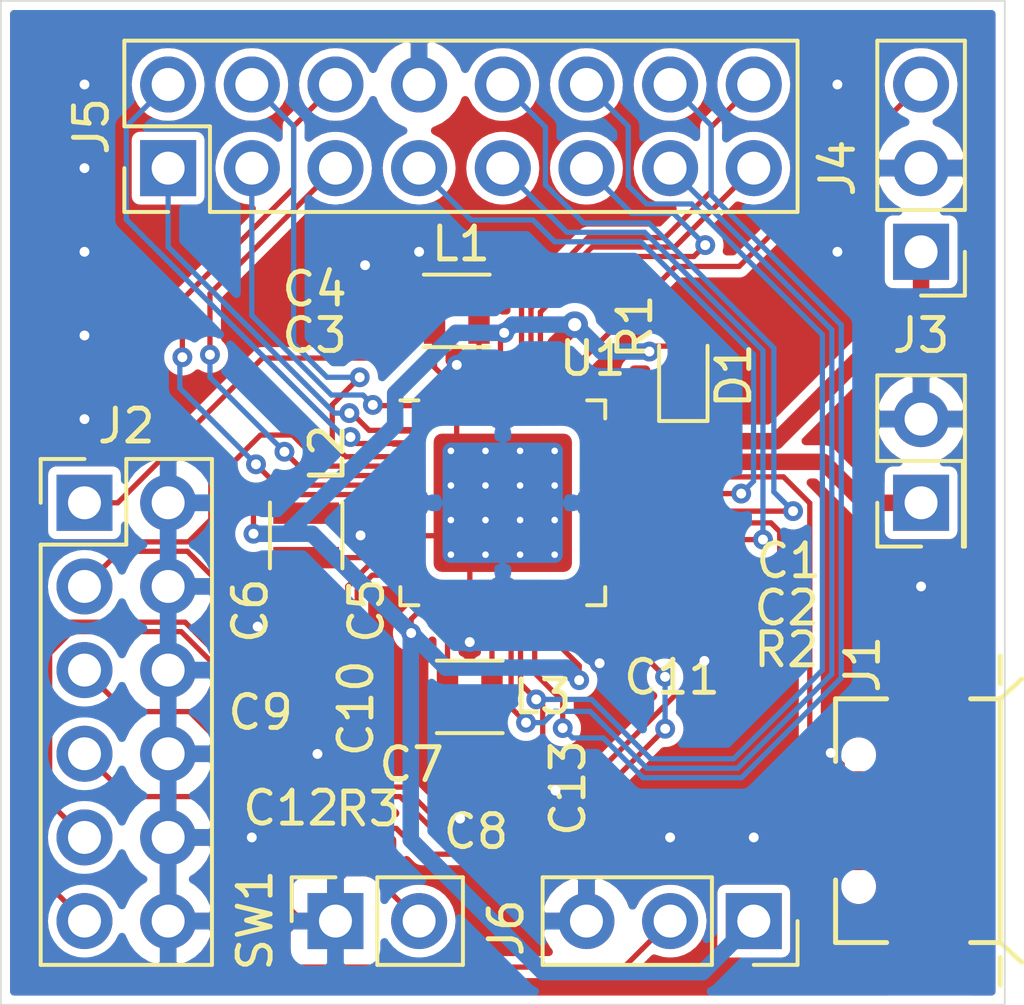
<source format=kicad_pcb>
(kicad_pcb (version 20171130) (host pcbnew 5.1.4+dfsg1-1)
  (layers (0 F.Cu signal) (31 B.Cu signal) (34 B.Paste user) (35 F.Paste user) (36 B.SilkS user) (37 F.SilkS user) (38 B.Mask user) (39 F.Mask user) (44 Edge.Cuts user))
  (net 0 "")
  (net 1 -BATT)
  (net 2 "Net-(C1-Pad1)")
  (net 3 "Net-(C2-Pad1)")
  (net 4 /dcdc1)
  (net 5 /dcdc2)
  (net 6 /dcdc3)
  (net 7 "Net-(D1-Pad2)")
  (net 8 "Net-(D1-Pad1)")
  (net 9 /ldo3)
  (net 10 /ldo2)
  (net 11 /ldo1)
  (net 12 +VDC)
  (net 13 /ts)
  (net 14 +BATT)
  (net 15 "Net-(R1-Pad1)")
  (net 16 "Net-(R2-Pad1)")
  (net 17 /irq)
  (net 18 "Net-(L1-Pad1)")
  (net 19 VBUS)
  (net 20 "Net-(L3-Pad1)")
  (net 21 "Net-(L2-Pad1)")
  (net 22 /sck)
  (net 23 /sda)
  (net 24 "Net-(J1-Pad2)")
  (net 25 "Net-(J1-Pad6)")
  (net 26 /gpio4)
  (net 27 /gpio3)
  (net 28 /gpio2)
  (net 29 /gpio1)
  (net 30 /gpio0)
  (net 31 /rsto)
  (net 32 "Net-(C12-Pad1)")
  (net 33 "Net-(R3-Pad2)")
  (net 34 "Net-(J6-Pad2)")
  (net 35 /exten)
  (net 36 /vbusen)
  (net 37 /pwrok)
  (net 38 /sysen)
  (net 39 /pwren)
  (net 40 /backup)
  (module Connector_PinSocket_2.54mm:PinSocket_1x03_P2.54mm_Vertical (layer F.Cu) (at 101.6 124.46 270)
    (fp_text reference J6 (at 0.2032 7.5184 270) (layer F.SilkS))
    (fp_text value Conn_01x03 hide)
    (pad 3 thru_hole oval (at 0 5.08 270) (size 1.7 1.7) (drill 1) (layers *.Cu *.Mask) (net 1 -BATT))
    (pad 2 thru_hole oval (at 0 2.54 270) (size 1.7 1.7) (drill 1) (layers *.Cu *.Mask) (net 34 "Net-(J6-Pad2)"))
    (pad 1 thru_hole rect (at 0 0 270) (size 1.7 1.7) (drill 1) (layers *.Cu *.Mask) (net 7 "Net-(D1-Pad2)"))
  )
  (module Capacitor_SMD:C_0402_1005Metric (layer F.Cu) (at 94.7 120 270)
    (fp_text reference C13 (at 0.4214 -1.2612 90) (layer F.SilkS))
    (fp_text value C hide)
    (pad 2 smd roundrect (at 0.485 0 270) (size 0.59 0.64) (layers F.Cu F.Paste F.Mask) (net 1 -BATT))
    (pad 1 smd roundrect (at -0.485 0 270) (size 0.59 0.64) (layers F.Cu F.Paste F.Mask) (net 30 /gpio0))
  )
  (module Connector_PinSocket_2.54mm:PinSocket_1x02_P2.54mm_Vertical (layer F.Cu) (at 88.9 124.46 90)
    (fp_text reference SW1 (at 0.0254 -2.4384 90) (layer F.SilkS))
    (fp_text value SW_SPST hide)
    (pad 2 thru_hole oval (at 0 2.54 90) (size 1.7 1.7) (drill 1) (layers *.Cu *.Mask) (net 33 "Net-(R3-Pad2)"))
    (pad 1 thru_hole rect (at 0 0 90) (size 1.7 1.7) (drill 1) (layers *.Cu *.Mask) (net 1 -BATT))
  )
  (module Resistor_SMD:R_0402_1005Metric (layer F.Cu) (at 89.9668 122.174)
    (fp_text reference R3 (at -0.0762 -1.1176) (layer F.SilkS))
    (fp_text value R hide)
    (pad 2 smd roundrect (at 0.485 0) (size 0.59 0.64) (layers F.Cu F.Paste F.Mask) (net 33 "Net-(R3-Pad2)"))
    (pad 1 smd roundrect (at -0.485 0) (size 0.59 0.64) (layers F.Cu F.Paste F.Mask) (net 32 "Net-(C12-Pad1)"))
  )
  (module Capacitor_SMD:C_0402_1005Metric (layer F.Cu) (at 88.0364 122.174 180)
    (fp_text reference C12 (at 0.4826 1.143) (layer F.SilkS))
    (fp_text value C hide)
    (pad 2 smd roundrect (at 0.485 0 180) (size 0.59 0.64) (layers F.Cu F.Paste F.Mask) (net 1 -BATT))
    (pad 1 smd roundrect (at -0.485 0 180) (size 0.59 0.64) (layers F.Cu F.Paste F.Mask) (net 32 "Net-(C12-Pad1)"))
  )
  (module Capacitor_SMD:C_0402_1005Metric (layer F.Cu) (at 100.9904 117.05844 90)
    (fp_text reference C11 (at 0 -1.87198 180) (layer F.SilkS))
    (fp_text value C hide)
    (pad 2 smd roundrect (at 0.485 0 90) (size 0.59 0.64) (layers F.Cu F.Paste F.Mask) (net 1 -BATT))
    (pad 1 smd roundrect (at -0.485 0 90) (size 0.59 0.64) (layers F.Cu F.Paste F.Mask) (net 11 /ldo1))
  )
  (module Capacitor_SMD:C_0402_1005Metric (layer F.Cu) (at 88.35136 118.00078 270)
    (fp_text reference C10 (at 0 -1.17 90) (layer F.SilkS))
    (fp_text value C hide)
    (pad 2 smd roundrect (at 0.485 0 270) (size 0.59 0.64) (layers F.Cu F.Paste F.Mask) (net 1 -BATT))
    (pad 1 smd roundrect (at -0.485 0 270) (size 0.59 0.64) (layers F.Cu F.Paste F.Mask) (net 10 /ldo2))
  )
  (module Capacitor_SMD:C_0402_1005Metric (layer F.Cu) (at 87.8967 116.50218 180)
    (fp_text reference C9 (at 1.27 -1.62306) (layer F.SilkS))
    (fp_text value C hide)
    (pad 2 smd roundrect (at 0.485 0 180) (size 0.59 0.64) (layers F.Cu F.Paste F.Mask) (net 1 -BATT))
    (pad 1 smd roundrect (at -0.485 0 180) (size 0.59 0.64) (layers F.Cu F.Paste F.Mask) (net 9 /ldo3))
  )
  (module USB-MICRO-MK5P-2:USB-MICRO-B (layer F.Cu) (at 106.934 121.412 90)
    (fp_text reference J1 (at 4.7498 -2.032 90) (layer F.SilkS))
    (fp_text value USB_B_Micro hide)
    (pad 1 smd rect (at -1.3 -2.65 90) (size 0.4 1.4) (layers F.Cu F.Paste F.Mask) (net 19 VBUS))
    (pad 2 smd rect (at -0.65 -2.65 90) (size 0.4 1.4) (layers F.Cu F.Paste F.Mask) (net 24 "Net-(J1-Pad2)"))
    (pad 3 smd rect (at 0 -2.65 90) (size 0.4 1.4) (layers F.Cu F.Paste F.Mask) (net 24 "Net-(J1-Pad2)"))
    (pad 4 smd rect (at 0.65 -2.65 90) (size 0.4 1.4) (layers F.Cu F.Paste F.Mask))
    (pad 5 smd rect (at 1.3 -2.65 90) (size 0.4 1.4) (layers F.Cu F.Paste F.Mask) (net 1 -BATT))
    (pad 6 smd rect (at -4 0 90) (size 1.9 1.9) (layers F.Cu F.Paste F.Mask) (net 25 "Net-(J1-Pad6)"))
    (pad 6 smd rect (at -1.2 0 90) (size 1.9 1.9) (layers F.Cu F.Paste F.Mask) (net 25 "Net-(J1-Pad6)"))
    (pad 6 smd rect (at 1.2 0 90) (size 1.9 1.9) (layers F.Cu F.Paste F.Mask) (net 25 "Net-(J1-Pad6)"))
    (pad 6 smd rect (at 4 0 90) (size 1.9 1.9) (layers F.Cu F.Paste F.Mask) (net 25 "Net-(J1-Pad6)"))
    (pad "" np_thru_hole circle (at -2 -2.15 90) (size 0.55 0.55) (drill 0.55) (layers *.Cu))
    (pad "" np_thru_hole circle (at 2 -2.15 90) (size 0.55 0.55) (drill 0.55) (layers *.Cu))
  )
  (module Inductor_SMD:L_Taiyo-Yuden_MD-2020 (layer F.Cu) (at 92.9767 117.6528)
    (fp_text reference L3 (at 2.20472 -0.00254) (layer F.SilkS))
    (fp_text value L hide)
    (pad 2 smd rect (at 0.675 0) (size 0.65 2) (layers F.Cu F.Paste F.Mask) (net 6 /dcdc3))
    (pad 1 smd rect (at -0.675 0) (size 0.65 2) (layers F.Cu F.Paste F.Mask) (net 20 "Net-(L3-Pad1)"))
  )
  (module Inductor_SMD:L_Taiyo-Yuden_MD-2020 (layer F.Cu) (at 88.011 112.7506 270)
    (fp_text reference L2 (at -2.4765 -0.635 270) (layer F.SilkS))
    (fp_text value L hide)
    (pad 2 smd rect (at 0.675 0 270) (size 0.65 2) (layers F.Cu F.Paste F.Mask) (net 5 /dcdc2))
    (pad 1 smd rect (at -0.675 0 270) (size 0.65 2) (layers F.Cu F.Paste F.Mask) (net 21 "Net-(L2-Pad1)"))
  )
  (module Inductor_SMD:L_Taiyo-Yuden_MD-2020 (layer F.Cu) (at 92.583 105.93324 180)
    (fp_text reference L1 (at -0.127 2.032 180) (layer F.SilkS))
    (fp_text value L hide)
    (pad 2 smd rect (at 0.675 0 180) (size 0.65 2) (layers F.Cu F.Paste F.Mask) (net 4 /dcdc1))
    (pad 1 smd rect (at -0.675 0 180) (size 0.65 2) (layers F.Cu F.Paste F.Mask) (net 18 "Net-(L1-Pad1)"))
  )
  (module Connector_PinHeader_2.54mm:PinHeader_2x06_P2.54mm_Vertical (layer F.Cu) (at 81.28 111.76)
    (fp_text reference J2 (at 1.27 -2.33) (layer F.SilkS))
    (fp_text value Conn_02x06_Odd_Even hide)
    (pad 12 thru_hole oval (at 2.54 12.7) (size 1.7 1.7) (drill 1) (layers *.Cu *.Mask) (net 1 -BATT))
    (pad 11 thru_hole oval (at 0 12.7) (size 1.7 1.7) (drill 1) (layers *.Cu *.Mask) (net 9 /ldo3))
    (pad 10 thru_hole oval (at 2.54 10.16) (size 1.7 1.7) (drill 1) (layers *.Cu *.Mask) (net 1 -BATT))
    (pad 9 thru_hole oval (at 0 10.16) (size 1.7 1.7) (drill 1) (layers *.Cu *.Mask) (net 10 /ldo2))
    (pad 8 thru_hole oval (at 2.54 7.62) (size 1.7 1.7) (drill 1) (layers *.Cu *.Mask) (net 1 -BATT))
    (pad 7 thru_hole oval (at 0 7.62) (size 1.7 1.7) (drill 1) (layers *.Cu *.Mask) (net 11 /ldo1))
    (pad 6 thru_hole oval (at 2.54 5.08) (size 1.7 1.7) (drill 1) (layers *.Cu *.Mask) (net 1 -BATT))
    (pad 5 thru_hole oval (at 0 5.08) (size 1.7 1.7) (drill 1) (layers *.Cu *.Mask) (net 6 /dcdc3))
    (pad 4 thru_hole oval (at 2.54 2.54) (size 1.7 1.7) (drill 1) (layers *.Cu *.Mask) (net 1 -BATT))
    (pad 3 thru_hole oval (at 0 2.54) (size 1.7 1.7) (drill 1) (layers *.Cu *.Mask) (net 5 /dcdc2))
    (pad 2 thru_hole oval (at 2.54 0) (size 1.7 1.7) (drill 1) (layers *.Cu *.Mask) (net 1 -BATT))
    (pad 1 thru_hole rect (at 0 0) (size 1.7 1.7) (drill 1) (layers *.Cu *.Mask) (net 4 /dcdc1))
  )
  (module Package_DFN_QFN:QFN-48-1EP_6x6mm_P0.4mm_EP4.2x4.2mm_ThermalVias (layer F.Cu) (at 93.98 111.76)
    (fp_text reference U1 (at 2.7305 -4.3815) (layer F.SilkS))
    (fp_text value axp192 hide)
    (pad 48 smd roundrect (at -2.2 -2.95) (size 0.2 0.85) (layers F.Cu F.Paste F.Mask) (net 17 /irq))
    (pad 47 smd roundrect (at -1.8 -2.95) (size 0.2 0.85) (layers F.Cu F.Paste F.Mask) (net 4 /dcdc1))
    (pad 46 smd roundrect (at -1.4 -2.95) (size 0.2 0.85) (layers F.Cu F.Paste F.Mask) (net 1 -BATT))
    (pad 45 smd roundrect (at -1 -2.95) (size 0.2 0.85) (layers F.Cu F.Paste F.Mask) (net 18 "Net-(L1-Pad1)"))
    (pad 44 smd roundrect (at -0.6 -2.95) (size 0.2 0.85) (layers F.Cu F.Paste F.Mask) (net 7 "Net-(D1-Pad2)"))
    (pad 43 smd roundrect (at -0.2 -2.95) (size 0.2 0.85) (layers F.Cu F.Paste F.Mask))
    (pad 42 smd roundrect (at 0.2 -2.95) (size 0.2 0.85) (layers F.Cu F.Paste F.Mask) (net 26 /gpio4))
    (pad 41 smd roundrect (at 0.6 -2.95) (size 0.2 0.85) (layers F.Cu F.Paste F.Mask) (net 27 /gpio3))
    (pad 40 smd roundrect (at 1 -2.95) (size 0.2 0.85) (layers F.Cu F.Paste F.Mask) (net 35 /exten))
    (pad 39 smd roundrect (at 1.4 -2.95) (size 0.2 0.85) (layers F.Cu F.Paste F.Mask) (net 7 "Net-(D1-Pad2)"))
    (pad 38 smd roundrect (at 1.8 -2.95) (size 0.2 0.85) (layers F.Cu F.Paste F.Mask) (net 7 "Net-(D1-Pad2)"))
    (pad 37 smd roundrect (at 2.2 -2.95) (size 0.2 0.85) (layers F.Cu F.Paste F.Mask) (net 13 /ts))
    (pad 36 smd roundrect (at 2.95 -2.2) (size 0.85 0.2) (layers F.Cu F.Paste F.Mask) (net 15 "Net-(R1-Pad1)"))
    (pad 35 smd roundrect (at 2.95 -1.8) (size 0.85 0.2) (layers F.Cu F.Paste F.Mask) (net 14 +BATT))
    (pad 34 smd roundrect (at 2.95 -1.4) (size 0.85 0.2) (layers F.Cu F.Paste F.Mask) (net 14 +BATT))
    (pad 33 smd roundrect (at 2.95 -1) (size 0.85 0.2) (layers F.Cu F.Paste F.Mask) (net 12 +VDC))
    (pad 32 smd roundrect (at 2.95 -0.6) (size 0.85 0.2) (layers F.Cu F.Paste F.Mask) (net 12 +VDC))
    (pad 31 smd roundrect (at 2.95 -0.2) (size 0.85 0.2) (layers F.Cu F.Paste F.Mask) (net 19 VBUS))
    (pad 30 smd roundrect (at 2.95 0.2) (size 0.85 0.2) (layers F.Cu F.Paste F.Mask) (net 40 /backup))
    (pad 29 smd roundrect (at 2.95 0.6) (size 0.85 0.2) (layers F.Cu F.Paste F.Mask) (net 38 /sysen))
    (pad 28 smd roundrect (at 2.95 1) (size 0.85 0.2) (layers F.Cu F.Paste F.Mask) (net 11 /ldo1))
    (pad 27 smd roundrect (at 2.95 1.4) (size 0.85 0.2) (layers F.Cu F.Paste F.Mask) (net 39 /pwren))
    (pad 26 smd roundrect (at 2.95 1.8) (size 0.85 0.2) (layers F.Cu F.Paste F.Mask) (net 2 "Net-(C1-Pad1)"))
    (pad 25 smd roundrect (at 2.95 2.2) (size 0.85 0.2) (layers F.Cu F.Paste F.Mask) (net 3 "Net-(C2-Pad1)"))
    (pad 24 smd roundrect (at 2.2 2.95) (size 0.2 0.85) (layers F.Cu F.Paste F.Mask) (net 16 "Net-(R2-Pad1)"))
    (pad 23 smd roundrect (at 1.8 2.95) (size 0.2 0.85) (layers F.Cu F.Paste F.Mask) (net 32 "Net-(C12-Pad1)"))
    (pad 22 smd roundrect (at 1.4 2.95) (size 0.2 0.85) (layers F.Cu F.Paste F.Mask) (net 1 -BATT))
    (pad 21 smd roundrect (at 1 2.95) (size 0.2 0.85) (layers F.Cu F.Paste F.Mask) (net 7 "Net-(D1-Pad2)"))
    (pad 20 smd roundrect (at 0.6 2.95) (size 0.2 0.85) (layers F.Cu F.Paste F.Mask) (net 28 /gpio2))
    (pad 19 smd roundrect (at 0.2 2.95) (size 0.2 0.85) (layers F.Cu F.Paste F.Mask) (net 30 /gpio0))
    (pad 18 smd roundrect (at -0.2 2.95) (size 0.2 0.85) (layers F.Cu F.Paste F.Mask) (net 29 /gpio1))
    (pad 17 smd roundrect (at -0.6 2.95) (size 0.2 0.85) (layers F.Cu F.Paste F.Mask) (net 6 /dcdc3))
    (pad 16 smd roundrect (at -1 2.95) (size 0.2 0.85) (layers F.Cu F.Paste F.Mask) (net 1 -BATT))
    (pad 15 smd roundrect (at -1.4 2.95) (size 0.2 0.85) (layers F.Cu F.Paste F.Mask) (net 20 "Net-(L3-Pad1)"))
    (pad 14 smd roundrect (at -1.8 2.95) (size 0.2 0.85) (layers F.Cu F.Paste F.Mask) (net 7 "Net-(D1-Pad2)"))
    (pad 13 smd roundrect (at -2.2 2.95) (size 0.2 0.85) (layers F.Cu F.Paste F.Mask) (net 7 "Net-(D1-Pad2)"))
    (pad 12 smd roundrect (at -2.95 2.2) (size 0.85 0.2) (layers F.Cu F.Paste F.Mask) (net 10 /ldo2))
    (pad 11 smd roundrect (at -2.95 1.8) (size 0.85 0.2) (layers F.Cu F.Paste F.Mask) (net 9 /ldo3))
    (pad 10 smd roundrect (at -2.95 1.4) (size 0.85 0.2) (layers F.Cu F.Paste F.Mask) (net 5 /dcdc2))
    (pad 9 smd roundrect (at -2.95 1) (size 0.85 0.2) (layers F.Cu F.Paste F.Mask) (net 1 -BATT))
    (pad 8 smd roundrect (at -2.95 0.6) (size 0.85 0.2) (layers F.Cu F.Paste F.Mask) (net 21 "Net-(L2-Pad1)"))
    (pad 7 smd roundrect (at -2.95 0.2) (size 0.85 0.2) (layers F.Cu F.Paste F.Mask) (net 7 "Net-(D1-Pad2)"))
    (pad 6 smd roundrect (at -2.95 -0.2) (size 0.85 0.2) (layers F.Cu F.Paste F.Mask) (net 36 /vbusen))
    (pad 5 smd roundrect (at -2.95 -0.6) (size 0.85 0.2) (layers F.Cu F.Paste F.Mask) (net 37 /pwrok))
    (pad 4 smd roundrect (at -2.95 -1) (size 0.85 0.2) (layers F.Cu F.Paste F.Mask) (net 34 "Net-(J6-Pad2)"))
    (pad 3 smd roundrect (at -2.95 -1.4) (size 0.85 0.2) (layers F.Cu F.Paste F.Mask) (net 31 /rsto))
    (pad 2 smd roundrect (at -2.95 -1.8) (size 0.85 0.2) (layers F.Cu F.Paste F.Mask) (net 22 /sck))
    (pad 1 smd roundrect (at -2.95 -2.2) (size 0.85 0.2) (layers F.Cu F.Paste F.Mask) (net 23 /sda))
    (pad 49 smd roundrect (at 0 0) (size 3.65 3.65) (layers B.Cu) (roundrect_rratio 0.068493) (net 1 -BATT))
    (pad 49 thru_hole circle (at 1.575 1.575) (size 0.5 0.5) (drill 0.2) (layers *.Cu) (net 1 -BATT))
    (pad 49 thru_hole circle (at 0.525 1.575) (size 0.5 0.5) (drill 0.2) (layers *.Cu) (net 1 -BATT))
    (pad 49 thru_hole circle (at -0.525 1.575) (size 0.5 0.5) (drill 0.2) (layers *.Cu) (net 1 -BATT))
    (pad 49 thru_hole circle (at -1.575 1.575) (size 0.5 0.5) (drill 0.2) (layers *.Cu) (net 1 -BATT))
    (pad 49 thru_hole circle (at 1.575 0.525) (size 0.5 0.5) (drill 0.2) (layers *.Cu) (net 1 -BATT))
    (pad 49 thru_hole circle (at 0.525 0.525) (size 0.5 0.5) (drill 0.2) (layers *.Cu) (net 1 -BATT))
    (pad 49 thru_hole circle (at -0.525 0.525) (size 0.5 0.5) (drill 0.2) (layers *.Cu) (net 1 -BATT))
    (pad 49 thru_hole circle (at -1.575 0.525) (size 0.5 0.5) (drill 0.2) (layers *.Cu) (net 1 -BATT))
    (pad 49 thru_hole circle (at 1.575 -0.525) (size 0.5 0.5) (drill 0.2) (layers *.Cu) (net 1 -BATT))
    (pad 49 thru_hole circle (at 0.525 -0.525) (size 0.5 0.5) (drill 0.2) (layers *.Cu) (net 1 -BATT))
    (pad 49 thru_hole circle (at -0.525 -0.525) (size 0.5 0.5) (drill 0.2) (layers *.Cu) (net 1 -BATT))
    (pad 49 thru_hole circle (at -1.575 -0.525) (size 0.5 0.5) (drill 0.2) (layers *.Cu) (net 1 -BATT))
    (pad 49 thru_hole circle (at 1.575 -1.575) (size 0.5 0.5) (drill 0.2) (layers *.Cu) (net 1 -BATT))
    (pad 49 thru_hole circle (at 0.525 -1.575) (size 0.5 0.5) (drill 0.2) (layers *.Cu) (net 1 -BATT))
    (pad 49 thru_hole circle (at -0.525 -1.575) (size 0.5 0.5) (drill 0.2) (layers *.Cu) (net 1 -BATT))
    (pad 49 thru_hole circle (at -1.575 -1.575) (size 0.5 0.5) (drill 0.2) (layers *.Cu) (net 1 -BATT))
    (pad 49 smd roundrect (at 0 0) (size 4.2 4.2) (layers F.Cu F.Mask) (roundrect_rratio 0.059524) (net 1 -BATT))
  )
  (module Resistor_SMD:R_0402_1005Metric (layer F.Cu) (at 100.5332 115.5954)
    (fp_text reference R2 (at 2.0574 0.62738) (layer F.SilkS))
    (fp_text value R hide)
    (pad 2 smd roundrect (at 0.485 0) (size 0.59 0.64) (layers F.Cu F.Paste F.Mask) (net 1 -BATT))
    (pad 1 smd roundrect (at -0.485 0) (size 0.59 0.64) (layers F.Cu F.Paste F.Mask) (net 16 "Net-(R2-Pad1)"))
  )
  (module Resistor_SMD:R_0402_1005Metric (layer F.Cu) (at 98.14052 108.36924 90)
    (fp_text reference R1 (at 1.9534 -0.1524 90) (layer F.SilkS))
    (fp_text value R hide)
    (pad 2 smd roundrect (at 0.485 0 90) (size 0.59 0.64) (layers F.Cu F.Paste F.Mask) (net 8 "Net-(D1-Pad1)"))
    (pad 1 smd roundrect (at -0.485 0 90) (size 0.59 0.64) (layers F.Cu F.Paste F.Mask) (net 15 "Net-(R1-Pad1)"))
  )
  (module Connector_PinHeader_2.54mm:PinHeader_2x08_P2.54mm_Vertical (layer F.Cu) (at 83.82 101.6 90)
    (fp_text reference J5 (at 1.27 -2.33 90) (layer F.SilkS))
    (fp_text value Conn_02x08_Odd_Even hide)
    (pad 16 thru_hole oval (at 2.54 17.78 90) (size 1.7 1.7) (drill 1) (layers *.Cu *.Mask) (net 26 /gpio4))
    (pad 15 thru_hole oval (at 0 17.78 90) (size 1.7 1.7) (drill 1) (layers *.Cu *.Mask) (net 27 /gpio3))
    (pad 14 thru_hole oval (at 2.54 15.24 90) (size 1.7 1.7) (drill 1) (layers *.Cu *.Mask) (net 28 /gpio2))
    (pad 13 thru_hole oval (at 0 15.24 90) (size 1.7 1.7) (drill 1) (layers *.Cu *.Mask) (net 29 /gpio1))
    (pad 12 thru_hole oval (at 2.54 12.7 90) (size 1.7 1.7) (drill 1) (layers *.Cu *.Mask) (net 30 /gpio0))
    (pad 11 thru_hole oval (at 0 12.7 90) (size 1.7 1.7) (drill 1) (layers *.Cu *.Mask) (net 35 /exten))
    (pad 10 thru_hole oval (at 2.54 10.16 90) (size 1.7 1.7) (drill 1) (layers *.Cu *.Mask) (net 38 /sysen))
    (pad 9 thru_hole oval (at 0 10.16 90) (size 1.7 1.7) (drill 1) (layers *.Cu *.Mask) (net 39 /pwren))
    (pad 8 thru_hole oval (at 2.54 7.62 90) (size 1.7 1.7) (drill 1) (layers *.Cu *.Mask) (net 1 -BATT))
    (pad 7 thru_hole oval (at 0 7.62 90) (size 1.7 1.7) (drill 1) (layers *.Cu *.Mask) (net 40 /backup))
    (pad 6 thru_hole oval (at 2.54 5.08 90) (size 1.7 1.7) (drill 1) (layers *.Cu *.Mask) (net 36 /vbusen))
    (pad 5 thru_hole oval (at 0 5.08 90) (size 1.7 1.7) (drill 1) (layers *.Cu *.Mask) (net 37 /pwrok))
    (pad 4 thru_hole oval (at 2.54 2.54 90) (size 1.7 1.7) (drill 1) (layers *.Cu *.Mask) (net 31 /rsto))
    (pad 3 thru_hole oval (at 0 2.54 90) (size 1.7 1.7) (drill 1) (layers *.Cu *.Mask) (net 17 /irq))
    (pad 2 thru_hole oval (at 2.54 0 90) (size 1.7 1.7) (drill 1) (layers *.Cu *.Mask) (net 22 /sck))
    (pad 1 thru_hole rect (at 0 0 90) (size 1.7 1.7) (drill 1) (layers *.Cu *.Mask) (net 23 /sda))
  )
  (module Connector_PinHeader_2.54mm:PinHeader_1x03_P2.54mm_Vertical (layer F.Cu) (at 106.68 104.14 180)
    (fp_text reference J4 (at 2.53746 2.54254 270) (layer F.SilkS))
    (fp_text value Conn_01x03 hide)
    (pad 3 thru_hole oval (at 0 5.08 180) (size 1.7 1.7) (drill 1) (layers *.Cu *.Mask) (net 13 /ts))
    (pad 2 thru_hole oval (at 0 2.54 180) (size 1.7 1.7) (drill 1) (layers *.Cu *.Mask) (net 1 -BATT))
    (pad 1 thru_hole rect (at 0 0 180) (size 1.7 1.7) (drill 1) (layers *.Cu *.Mask) (net 14 +BATT))
  )
  (module Connector_PinHeader_2.54mm:PinHeader_2x01_P2.54mm_Vertical (layer F.Cu) (at 106.68 111.76 90)
    (fp_text reference J3 (at 5.08 0 180) (layer F.SilkS))
    (fp_text value Conn_01x02 hide)
    (pad 2 thru_hole oval (at 2.54 0 90) (size 1.7 1.7) (drill 1) (layers *.Cu *.Mask) (net 1 -BATT))
    (pad 1 thru_hole rect (at 0 0 90) (size 1.7 1.7) (drill 1) (layers *.Cu *.Mask) (net 12 +VDC))
  )
  (module LED_SMD:LED_0603_1608Metric (layer F.Cu) (at 99.46132 107.79252 90)
    (fp_text reference D1 (at -0.10414 1.53162 90) (layer F.SilkS))
    (fp_text value LED hide)
    (pad 2 smd roundrect (at 0.7875 0 90) (size 0.875 0.95) (layers F.Cu F.Paste F.Mask) (net 7 "Net-(D1-Pad2)"))
    (pad 1 smd roundrect (at -0.7875 0 90) (size 0.875 0.95) (layers F.Cu F.Paste F.Mask) (net 8 "Net-(D1-Pad1)"))
  )
  (module Capacitor_SMD:C_0402_1005Metric (layer F.Cu) (at 93.1672 120.5357)
    (fp_text reference C8 (at 0 1.2065 180) (layer F.SilkS))
    (fp_text value C hide)
    (pad 2 smd roundrect (at 0.485 0) (size 0.59 0.64) (layers F.Cu F.Paste F.Mask) (net 6 /dcdc3))
    (pad 1 smd roundrect (at -0.485 0) (size 0.59 0.64) (layers F.Cu F.Paste F.Mask) (net 1 -BATT))
  )
  (module Capacitor_SMD:C_0402_1005Metric (layer F.Cu) (at 93.1672 119.5197)
    (fp_text reference C7 (at -1.9558 0.1905 180) (layer F.SilkS))
    (fp_text value C hide)
    (pad 2 smd roundrect (at 0.485 0) (size 0.59 0.64) (layers F.Cu F.Paste F.Mask) (net 6 /dcdc3))
    (pad 1 smd roundrect (at -0.485 0) (size 0.59 0.64) (layers F.Cu F.Paste F.Mask) (net 1 -BATT))
  )
  (module Capacitor_SMD:C_0402_1005Metric (layer F.Cu) (at 87.4141 115.0366 90)
    (fp_text reference C6 (at 0 -1.1 90) (layer F.SilkS))
    (fp_text value C hide)
    (pad 2 smd roundrect (at 0.485 0 90) (size 0.59 0.64) (layers F.Cu F.Paste F.Mask) (net 5 /dcdc2))
    (pad 1 smd roundrect (at -0.485 0 90) (size 0.59 0.64) (layers F.Cu F.Paste F.Mask) (net 1 -BATT))
  )
  (module Capacitor_SMD:C_0402_1005Metric (layer F.Cu) (at 88.5444 115.0366 90)
    (fp_text reference C5 (at 0 1.3 90) (layer F.SilkS))
    (fp_text value C hide)
    (pad 2 smd roundrect (at 0.485 0 90) (size 0.59 0.64) (layers F.Cu F.Paste F.Mask) (net 5 /dcdc2))
    (pad 1 smd roundrect (at -0.485 0 90) (size 0.59 0.64) (layers F.Cu F.Paste F.Mask) (net 1 -BATT))
  )
  (module Capacitor_SMD:C_0402_1005Metric (layer F.Cu) (at 90.27668 105.47604)
    (fp_text reference C4 (at -2.01168 -0.2032) (layer F.SilkS))
    (fp_text value C hide)
    (pad 2 smd roundrect (at 0.485 0) (size 0.59 0.64) (layers F.Cu F.Paste F.Mask) (net 4 /dcdc1))
    (pad 1 smd roundrect (at -0.485 0) (size 0.59 0.64) (layers F.Cu F.Paste F.Mask) (net 1 -BATT))
  )
  (module Capacitor_SMD:C_0402_1005Metric (layer F.Cu) (at 90.28176 106.5022)
    (fp_text reference C3 (at -2.01676 0.1778) (layer F.SilkS))
    (fp_text value C hide)
    (pad 2 smd roundrect (at 0.485 0) (size 0.59 0.64) (layers F.Cu F.Paste F.Mask) (net 4 /dcdc1))
    (pad 1 smd roundrect (at -0.485 0) (size 0.59 0.64) (layers F.Cu F.Paste F.Mask) (net 1 -BATT))
  )
  (module Capacitor_SMD:C_0402_1005Metric (layer F.Cu) (at 100.5332 114.5794)
    (fp_text reference C2 (at 2.06756 0.37338) (layer F.SilkS))
    (fp_text value C hide)
    (pad 2 smd roundrect (at 0.485 0) (size 0.59 0.64) (layers F.Cu F.Paste F.Mask) (net 1 -BATT))
    (pad 1 smd roundrect (at -0.485 0) (size 0.59 0.64) (layers F.Cu F.Paste F.Mask) (net 3 "Net-(C2-Pad1)"))
  )
  (module Capacitor_SMD:C_0402_1005Metric (layer F.Cu) (at 100.5332 113.5634)
    (fp_text reference C1 (at 2.12598 -0.04318) (layer F.SilkS))
    (fp_text value C hide)
    (pad 2 smd roundrect (at 0.485 0) (size 0.59 0.64) (layers F.Cu F.Paste F.Mask) (net 1 -BATT))
    (pad 1 smd roundrect (at -0.485 0) (size 0.59 0.64) (layers F.Cu F.Paste F.Mask) (net 2 "Net-(C1-Pad1)"))
  )
  (gr_line (start 78.74 127) (end 78.74 96.52) (layer Edge.Cuts) (width 0.05))
  (gr_line (start 109.22 127) (end 78.74 127) (layer Edge.Cuts) (width 0.05))
  (gr_line (start 109.22 96.52) (end 109.22 127) (layer Edge.Cuts) (width 0.05))
  (gr_line (start 78.74 96.52) (end 109.22 96.52) (layer Edge.Cuts) (width 0.05))
  (segment (start 92.58 108.81) (end 92.58 107.57708) (width 0.16) (layer F.Cu) (net 1))
  (via (at 92.583 107.57408) (size 0.6) (drill 0.3) (layers F.Cu B.Cu) (net 1))
  (segment (start 92.58 107.57708) (end 92.583 107.57408) (width 0.16) (layer F.Cu) (net 1))
  (segment (start 89.79676 105.48112) (end 89.79168 105.47604) (width 0.16) (layer F.Cu) (net 1))
  (segment (start 89.79676 106.5022) (end 89.79676 105.48112) (width 0.16) (layer F.Cu) (net 1))
  (via (at 89.79916 104.5464) (size 0.6) (drill 0.3) (layers F.Cu B.Cu) (net 1))
  (segment (start 89.79168 105.47604) (end 89.79168 104.55388) (width 0.16) (layer F.Cu) (net 1))
  (segment (start 89.79168 104.55388) (end 89.79916 104.5464) (width 0.16) (layer F.Cu) (net 1))
  (segment (start 91.03 112.76) (end 89.6714 112.76) (width 0.16) (layer F.Cu) (net 1))
  (via (at 89.662 112.7506) (size 0.6) (drill 0.3) (layers F.Cu B.Cu) (net 1))
  (segment (start 89.6714 112.76) (end 89.662 112.7506) (width 0.16) (layer F.Cu) (net 1))
  (via (at 92.9767 115.9891) (size 0.6) (drill 0.3) (layers F.Cu B.Cu) (net 1))
  (segment (start 92.98 114.71) (end 92.98 115.9858) (width 0.16) (layer F.Cu) (net 1))
  (segment (start 92.98 115.9858) (end 92.9767 115.9891) (width 0.16) (layer F.Cu) (net 1))
  (segment (start 92.6822 119.5197) (end 92.6822 120.5357) (width 0.16) (layer F.Cu) (net 1))
  (via (at 92.6846 121.3485) (size 0.6) (drill 0.3) (layers F.Cu B.Cu) (net 1))
  (segment (start 92.6822 120.5357) (end 92.6822 121.3461) (width 0.16) (layer F.Cu) (net 1))
  (segment (start 92.6822 121.3461) (end 92.6846 121.3485) (width 0.16) (layer F.Cu) (net 1))
  (segment (start 88.5444 115.5216) (end 87.4141 115.5216) (width 0.16) (layer F.Cu) (net 1))
  (via (at 86.5378 115.5192) (size 0.6) (drill 0.3) (layers F.Cu B.Cu) (net 1))
  (segment (start 87.4141 115.5216) (end 86.5402 115.5216) (width 0.16) (layer F.Cu) (net 1))
  (segment (start 86.5402 115.5216) (end 86.5378 115.5192) (width 0.16) (layer F.Cu) (net 1))
  (segment (start 87.4117 115.524) (end 87.4141 115.5216) (width 0.16) (layer F.Cu) (net 1))
  (segment (start 87.4117 116.50218) (end 87.4117 115.524) (width 0.16) (layer F.Cu) (net 1))
  (via (at 88.3539 119.38508) (size 0.6) (drill 0.3) (layers F.Cu B.Cu) (net 1))
  (segment (start 88.35136 118.48578) (end 88.35136 119.38254) (width 0.16) (layer F.Cu) (net 1))
  (segment (start 88.35136 119.38254) (end 88.3539 119.38508) (width 0.16) (layer F.Cu) (net 1))
  (via (at 103.9368 119.3546) (size 0.6) (drill 0.3) (layers F.Cu B.Cu) (net 1))
  (segment (start 104.284 120.112) (end 104.284 119.7018) (width 0.16) (layer F.Cu) (net 1))
  (segment (start 104.284 119.7018) (end 103.9368 119.3546) (width 0.16) (layer F.Cu) (net 1))
  (segment (start 96.5176 124.4576) (end 96.52 124.46) (width 0.16) (layer F.Cu) (net 1))
  (segment (start 87.89 124.46) (end 88.9 124.46) (width 0.16) (layer F.Cu) (net 1))
  (segment (start 87.5514 124.1214) (end 87.89 124.46) (width 0.16) (layer F.Cu) (net 1))
  (segment (start 87.5514 122.174) (end 87.5514 124.1214) (width 0.16) (layer F.Cu) (net 1))
  (via (at 100.1014 116.5606) (size 0.6) (drill 0.3) (layers F.Cu B.Cu) (net 1))
  (segment (start 92.58 110.01) (end 92.405 110.185) (width 0.16) (layer F.Cu) (net 1))
  (segment (start 92.58 108.81) (end 92.58 110.01) (width 0.16) (layer F.Cu) (net 1))
  (segment (start 91.93 112.76) (end 92.405 112.285) (width 0.16) (layer F.Cu) (net 1))
  (segment (start 91.03 112.76) (end 91.93 112.76) (width 0.16) (layer F.Cu) (net 1))
  (segment (start 92.98 113.81) (end 93.455 113.335) (width 0.16) (layer F.Cu) (net 1))
  (segment (start 92.98 114.71) (end 92.98 113.81) (width 0.16) (layer F.Cu) (net 1))
  (segment (start 96.348861 116.331125) (end 96.62021 116.331125) (width 0.16) (layer F.Cu) (net 1))
  (segment (start 95.38 114.71) (end 95.38 115.362264) (width 0.16) (layer F.Cu) (net 1))
  (via (at 96.920209 116.631124) (size 0.6) (drill 0.3) (layers F.Cu B.Cu) (net 1))
  (segment (start 96.62021 116.331125) (end 96.920209 116.631124) (width 0.16) (layer F.Cu) (net 1))
  (segment (start 95.38 115.362264) (end 96.348861 116.331125) (width 0.16) (layer F.Cu) (net 1))
  (via (at 95.5802 120.4976) (size 0.6) (drill 0.3) (layers F.Cu B.Cu) (net 1))
  (segment (start 94.7 120.485) (end 95.5676 120.485) (width 0.16) (layer F.Cu) (net 1))
  (segment (start 95.5676 120.485) (end 95.5802 120.4976) (width 0.16) (layer F.Cu) (net 1))
  (segment (start 101.0182 113.5634) (end 101.0182 114.5794) (width 0.16) (layer F.Cu) (net 1))
  (segment (start 101.0182 114.5794) (end 101.0182 115.5954) (width 0.16) (layer F.Cu) (net 1))
  (segment (start 101.0182 116.54564) (end 100.9904 116.57344) (width 0.16) (layer F.Cu) (net 1))
  (segment (start 101.0182 115.5954) (end 101.0182 116.54564) (width 0.16) (layer F.Cu) (net 1))
  (segment (start 100.11424 116.57344) (end 100.1014 116.5606) (width 0.16) (layer F.Cu) (net 1))
  (segment (start 100.9904 116.57344) (end 100.11424 116.57344) (width 0.16) (layer F.Cu) (net 1))
  (via (at 101.6 121.92) (size 0.6) (drill 0.3) (layers F.Cu B.Cu) (net 1))
  (via (at 99.06 121.92) (size 0.6) (drill 0.3) (layers F.Cu B.Cu) (net 1))
  (via (at 81.28 109.22) (size 0.6) (drill 0.3) (layers F.Cu B.Cu) (net 1))
  (via (at 81.28 106.68) (size 0.6) (drill 0.3) (layers F.Cu B.Cu) (net 1))
  (via (at 81.28 104.14) (size 0.6) (drill 0.3) (layers F.Cu B.Cu) (net 1))
  (via (at 104.14 104.14) (size 0.6) (drill 0.3) (layers F.Cu B.Cu) (net 1))
  (via (at 81.28 101.6) (size 0.6) (drill 0.3) (layers F.Cu B.Cu) (net 1))
  (via (at 81.28 99.06) (size 0.6) (drill 0.3) (layers F.Cu B.Cu) (net 1))
  (via (at 91.44 104.14) (size 0.6) (drill 0.3) (layers F.Cu B.Cu) (net 1))
  (via (at 86.36 121.92) (size 0.6) (drill 0.3) (layers F.Cu B.Cu) (net 1))
  (via (at 106.68 114.3) (size 0.6) (drill 0.3) (layers F.Cu B.Cu) (net 1))
  (via (at 104.14 99.06) (size 0.6) (drill 0.3) (layers F.Cu B.Cu) (net 1))
  (segment (start 96.9334 113.5634) (end 96.93 113.56) (width 0.16) (layer F.Cu) (net 2))
  (segment (start 100.0482 113.5634) (end 96.9334 113.5634) (width 0.16) (layer F.Cu) (net 2))
  (segment (start 98.7454 113.96) (end 96.93 113.96) (width 0.16) (layer F.Cu) (net 3))
  (segment (start 100.0482 114.5794) (end 99.3648 114.5794) (width 0.16) (layer F.Cu) (net 3))
  (segment (start 99.3648 114.5794) (end 98.7454 113.96) (width 0.16) (layer F.Cu) (net 3))
  (segment (start 92.18 108.81) (end 92.18 107.921442) (width 0.16) (layer F.Cu) (net 4))
  (segment (start 91.908 107.649442) (end 91.908 105.93324) (width 0.16) (layer F.Cu) (net 4))
  (segment (start 92.18 107.921442) (end 91.908 107.649442) (width 0.16) (layer F.Cu) (net 4))
  (segment (start 90.76168 106.49712) (end 90.76676 106.5022) (width 0.16) (layer F.Cu) (net 4))
  (segment (start 90.76168 105.47604) (end 90.76168 106.49712) (width 0.16) (layer F.Cu) (net 4))
  (segment (start 91.33572 105.93324) (end 90.76676 106.5022) (width 0.16) (layer F.Cu) (net 4))
  (segment (start 91.908 105.93324) (end 91.33572 105.93324) (width 0.16) (layer F.Cu) (net 4))
  (segment (start 86.6842 107.3658) (end 82.29 111.76) (width 0.16) (layer F.Cu) (net 4))
  (segment (start 90.76676 106.5022) (end 89.90316 107.3658) (width 0.16) (layer F.Cu) (net 4))
  (segment (start 82.29 111.76) (end 81.28 111.76) (width 0.16) (layer F.Cu) (net 4))
  (segment (start 89.90316 107.3658) (end 86.6842 107.3658) (width 0.16) (layer F.Cu) (net 4))
  (segment (start 89.737362 113.4256) (end 88.011 113.4256) (width 0.16) (layer F.Cu) (net 5))
  (segment (start 90.002962 113.16) (end 89.737362 113.4256) (width 0.16) (layer F.Cu) (net 5))
  (segment (start 91.03 113.16) (end 90.002962 113.16) (width 0.16) (layer F.Cu) (net 5))
  (segment (start 88.011 114.0182) (end 88.5444 114.5516) (width 0.16) (layer F.Cu) (net 5))
  (segment (start 88.011 113.4256) (end 88.011 114.0182) (width 0.16) (layer F.Cu) (net 5))
  (segment (start 88.5444 114.5516) (end 87.4141 114.5516) (width 0.16) (layer F.Cu) (net 5))
  (segment (start 84.4042 113.2332) (end 82.3468 113.2332) (width 0.16) (layer F.Cu) (net 5))
  (segment (start 82.3468 113.2332) (end 81.28 114.3) (width 0.16) (layer F.Cu) (net 5))
  (segment (start 87.4141 114.5516) (end 85.7226 114.5516) (width 0.16) (layer F.Cu) (net 5))
  (segment (start 85.7226 114.5516) (end 84.4042 113.2332) (width 0.16) (layer F.Cu) (net 5))
  (segment (start 93.6517 115.913738) (end 93.6517 117.6528) (width 0.16) (layer F.Cu) (net 6))
  (segment (start 93.38 115.642038) (end 93.6517 115.913738) (width 0.16) (layer F.Cu) (net 6))
  (segment (start 93.38 114.71) (end 93.38 115.642038) (width 0.16) (layer F.Cu) (net 6))
  (segment (start 93.6522 120.5357) (end 93.6522 119.5197) (width 0.16) (layer F.Cu) (net 6))
  (segment (start 93.6517 119.5192) (end 93.6522 119.5197) (width 0.16) (layer F.Cu) (net 6))
  (segment (start 93.6517 117.6528) (end 93.6517 119.5192) (width 0.16) (layer F.Cu) (net 6))
  (segment (start 93.6522 121.131262) (end 93.6522 120.5357) (width 0.16) (layer F.Cu) (net 6))
  (segment (start 92.441239 121.855501) (end 92.927961 121.855501) (width 0.16) (layer F.Cu) (net 6))
  (segment (start 91.05392 120.468182) (end 92.441239 121.855501) (width 0.16) (layer F.Cu) (net 6))
  (segment (start 81.28 116.84) (end 82.53984 118.09984) (width 0.16) (layer F.Cu) (net 6))
  (segment (start 84.4677 118.09984) (end 86.75878 120.39092) (width 0.16) (layer F.Cu) (net 6))
  (segment (start 92.927961 121.855501) (end 93.6522 121.131262) (width 0.16) (layer F.Cu) (net 6))
  (segment (start 86.75878 120.39092) (end 91.05392 120.39092) (width 0.16) (layer F.Cu) (net 6))
  (segment (start 82.53984 118.09984) (end 84.4677 118.09984) (width 0.16) (layer F.Cu) (net 6))
  (segment (start 91.05392 120.39092) (end 91.05392 120.468182) (width 0.16) (layer F.Cu) (net 6))
  (via (at 91.1987 115.71478) (size 0.6) (drill 0.3) (layers F.Cu B.Cu) (net 7))
  (segment (start 91.1987 115.2913) (end 91.78 114.71) (width 0.16) (layer F.Cu) (net 7))
  (segment (start 91.1987 115.71478) (end 91.1987 115.2913) (width 0.16) (layer F.Cu) (net 7))
  (segment (start 91.78 114.71) (end 92.18 114.71) (width 0.16) (layer F.Cu) (net 7))
  (segment (start 95.78 108.81) (end 95.56856 108.81) (width 0.16) (layer F.Cu) (net 7))
  (segment (start 95.56856 108.81) (end 95.38 108.81) (width 0.16) (layer F.Cu) (net 7))
  (segment (start 95.1992 126.0094) (end 100.0506 126.0094) (width 0.5) (layer B.Cu) (net 7))
  (segment (start 100.0506 126.0094) (end 101.6 124.46) (width 0.5) (layer B.Cu) (net 7))
  (segment (start 91.186 121.9962) (end 95.1992 126.0094) (width 0.5) (layer B.Cu) (net 7))
  (segment (start 91.1987 115.71478) (end 91.186 115.72748) (width 0.5) (layer B.Cu) (net 7))
  (segment (start 91.186 115.72748) (end 91.186 121.9962) (width 0.5) (layer B.Cu) (net 7))
  (via (at 94.02289 106.599996) (size 0.6) (drill 0.3) (layers F.Cu B.Cu) (net 7))
  (segment (start 93.38 107.92) (end 93.909489 107.390511) (width 0.16) (layer F.Cu) (net 7))
  (segment (start 93.909489 106.713397) (end 94.02289 106.599996) (width 0.16) (layer F.Cu) (net 7))
  (segment (start 93.909489 107.390511) (end 93.909489 106.713397) (width 0.16) (layer F.Cu) (net 7))
  (segment (start 93.38 108.81) (end 93.38 107.92) (width 0.16) (layer F.Cu) (net 7))
  (segment (start 86.4108 112.046936) (end 86.4108 112.6998) (width 0.16) (layer F.Cu) (net 7))
  (segment (start 86.946935 111.510801) (end 86.4108 112.046936) (width 0.16) (layer F.Cu) (net 7))
  (via (at 86.4108 112.6998) (size 0.6) (drill 0.3) (layers F.Cu B.Cu) (net 7))
  (segment (start 89.578455 111.510801) (end 86.946935 111.510801) (width 0.16) (layer F.Cu) (net 7))
  (segment (start 91.03 111.96) (end 90.027654 111.96) (width 0.16) (layer F.Cu) (net 7))
  (segment (start 90.027654 111.96) (end 89.578455 111.510801) (width 0.16) (layer F.Cu) (net 7))
  (segment (start 98.59548 107.00502) (end 98.432277 107.168223) (width 0.16) (layer F.Cu) (net 7))
  (via (at 98.432277 107.168223) (size 0.6) (drill 0.3) (layers F.Cu B.Cu) (net 7))
  (segment (start 99.46132 107.00502) (end 98.59548 107.00502) (width 0.16) (layer F.Cu) (net 7))
  (segment (start 90.712186 109.409413) (end 88.547256 111.574343) (width 0.5) (layer B.Cu) (net 7))
  (via (at 96.1644 106.3498) (size 0.8) (drill 0.4) (layers F.Cu B.Cu) (net 7))
  (segment (start 95.58001 108.79855) (end 95.56856 108.81) (width 0.5) (layer F.Cu) (net 7))
  (segment (start 95.58001 106.93419) (end 95.58001 108.79855) (width 0.5) (layer F.Cu) (net 7))
  (segment (start 96.1644 106.3498) (end 95.58001 106.93419) (width 0.5) (layer F.Cu) (net 7))
  (via (at 96.298772 117.145667) (size 0.6) (drill 0.3) (layers F.Cu B.Cu) (net 7))
  (segment (start 96.298772 116.721403) (end 96.298772 117.145667) (width 0.16) (layer F.Cu) (net 7))
  (segment (start 95.916905 116.7638) (end 95.998773 116.845668) (width 0.5) (layer B.Cu) (net 7))
  (segment (start 95.998773 116.845668) (end 96.298772 117.145667) (width 0.5) (layer B.Cu) (net 7))
  (segment (start 96.298772 116.698772) (end 96.298772 116.721403) (width 0.16) (layer F.Cu) (net 7))
  (segment (start 92.24772 116.7638) (end 95.916905 116.7638) (width 0.5) (layer B.Cu) (net 7))
  (segment (start 94.98 115.38) (end 96.298772 116.698772) (width 0.16) (layer F.Cu) (net 7))
  (segment (start 91.1987 115.71478) (end 92.24772 116.7638) (width 0.5) (layer B.Cu) (net 7))
  (segment (start 94.98 114.71) (end 94.98 115.38) (width 0.16) (layer F.Cu) (net 7))
  (segment (start 96.982823 107.168223) (end 96.1644 106.3498) (width 0.5) (layer B.Cu) (net 7))
  (segment (start 98.432277 107.168223) (end 96.982823 107.168223) (width 0.5) (layer B.Cu) (net 7))
  (segment (start 94.273086 106.3498) (end 94.02289 106.599996) (width 0.5) (layer B.Cu) (net 7))
  (segment (start 96.1644 106.3498) (end 94.273086 106.3498) (width 0.5) (layer B.Cu) (net 7))
  (segment (start 86.835064 112.6998) (end 86.4108 112.6998) (width 0.5) (layer B.Cu) (net 7))
  (segment (start 87.421799 112.6998) (end 86.835064 112.6998) (width 0.5) (layer B.Cu) (net 7))
  (segment (start 90.712186 109.409413) (end 87.421799 112.6998) (width 0.5) (layer B.Cu) (net 7))
  (segment (start 90.712186 108.442932) (end 90.712186 109.409413) (width 0.5) (layer B.Cu) (net 7))
  (segment (start 92.555122 106.599996) (end 90.712186 108.442932) (width 0.5) (layer B.Cu) (net 7))
  (segment (start 94.02289 106.599996) (end 92.555122 106.599996) (width 0.5) (layer B.Cu) (net 7))
  (segment (start 88.18372 112.6998) (end 91.1987 115.71478) (width 0.5) (layer B.Cu) (net 7))
  (segment (start 86.4108 112.6998) (end 88.18372 112.6998) (width 0.5) (layer B.Cu) (net 7))
  (segment (start 98.76554 107.88424) (end 99.46132 108.58002) (width 0.16) (layer F.Cu) (net 8))
  (segment (start 98.14052 107.88424) (end 98.76554 107.88424) (width 0.16) (layer F.Cu) (net 8))
  (segment (start 79.935989 123.115989) (end 81.28 124.46) (width 0.16) (layer F.Cu) (net 9))
  (segment (start 84.334843 115.384589) (end 80.765155 115.384589) (width 0.16) (layer F.Cu) (net 9))
  (segment (start 79.935988 116.213756) (end 79.935989 123.115989) (width 0.16) (layer F.Cu) (net 9))
  (segment (start 80.765155 115.384589) (end 79.935988 116.213756) (width 0.16) (layer F.Cu) (net 9))
  (segment (start 90.008855 113.56) (end 89.27338 114.295475) (width 0.16) (layer F.Cu) (net 9))
  (segment (start 91.03 113.56) (end 90.008855 113.56) (width 0.16) (layer F.Cu) (net 9))
  (segment (start 85.979444 117.02919) (end 84.334843 115.384589) (width 0.16) (layer F.Cu) (net 9))
  (segment (start 87.85469 117.02919) (end 85.979444 117.02919) (width 0.16) (layer F.Cu) (net 9))
  (segment (start 88.3817 116.50218) (end 87.85469 117.02919) (width 0.16) (layer F.Cu) (net 9))
  (segment (start 89.27338 115.613974) (end 89.27338 114.295475) (width 0.16) (layer F.Cu) (net 9))
  (segment (start 88.719342 116.168012) (end 89.27338 115.613974) (width 0.16) (layer F.Cu) (net 9))
  (segment (start 88.715868 116.168012) (end 88.719342 116.168012) (width 0.16) (layer F.Cu) (net 9))
  (segment (start 88.3817 116.50218) (end 88.715868 116.168012) (width 0.16) (layer F.Cu) (net 9))
  (segment (start 80.222999 120.862999) (end 80.222999 116.332639) (width 0.16) (layer F.Cu) (net 10))
  (segment (start 81.28 121.92) (end 80.222999 120.862999) (width 0.16) (layer F.Cu) (net 10))
  (segment (start 80.222999 116.332639) (end 80.884038 115.6716) (width 0.16) (layer F.Cu) (net 10))
  (segment (start 86.060142 117.51578) (end 88.35136 117.51578) (width 0.16) (layer F.Cu) (net 10))
  (segment (start 80.884038 115.6716) (end 84.215962 115.6716) (width 0.16) (layer F.Cu) (net 10))
  (segment (start 84.215962 115.6716) (end 86.060142 117.51578) (width 0.16) (layer F.Cu) (net 10))
  (segment (start 90.014747 113.96) (end 91.03 113.96) (width 0.16) (layer F.Cu) (net 10))
  (segment (start 89.56039 114.414357) (end 90.014747 113.96) (width 0.16) (layer F.Cu) (net 10))
  (segment (start 89.56039 116.30675) (end 89.56039 114.414357) (width 0.16) (layer F.Cu) (net 10))
  (segment (start 88.35136 117.51578) (end 89.56039 116.30675) (width 0.16) (layer F.Cu) (net 10))
  (segment (start 101.324568 117.209272) (end 100.9904 117.54344) (width 0.16) (layer F.Cu) (net 11))
  (segment (start 102.386401 116.147439) (end 101.324568 117.209272) (width 0.16) (layer F.Cu) (net 11))
  (segment (start 102.386401 112.634237) (end 102.386401 116.147439) (width 0.16) (layer F.Cu) (net 11))
  (segment (start 102.122761 112.370597) (end 102.386401 112.634237) (width 0.16) (layer F.Cu) (net 11))
  (segment (start 99.54211 112.370597) (end 102.122761 112.370597) (width 0.16) (layer F.Cu) (net 11))
  (segment (start 99.152707 112.76) (end 99.54211 112.370597) (width 0.16) (layer F.Cu) (net 11))
  (segment (start 96.93 112.76) (end 99.152707 112.76) (width 0.16) (layer F.Cu) (net 11))
  (segment (start 82.129999 120.229999) (end 81.28 119.38) (width 0.16) (layer F.Cu) (net 11))
  (segment (start 82.58048 120.68048) (end 82.129999 120.229999) (width 0.16) (layer F.Cu) (net 11))
  (segment (start 100.9904 117.54344) (end 99.27096 117.54344) (width 0.16) (layer F.Cu) (net 11))
  (segment (start 99.27096 117.54344) (end 94.67189 122.14251) (width 0.16) (layer F.Cu) (net 11))
  (segment (start 94.67189 122.14251) (end 92.322355 122.14251) (width 0.16) (layer F.Cu) (net 11))
  (segment (start 90.860325 120.68048) (end 82.58048 120.68048) (width 0.16) (layer F.Cu) (net 11))
  (segment (start 92.322355 122.14251) (end 90.860325 120.68048) (width 0.16) (layer F.Cu) (net 11))
  (segment (start 97.905688 110.9726) (end 96.9518 110.9726) (width 0.5) (layer F.Cu) (net 12))
  (segment (start 98.361699 110.516589) (end 97.905688 110.9726) (width 0.5) (layer F.Cu) (net 12))
  (segment (start 103.709389 110.516589) (end 98.361699 110.516589) (width 0.5) (layer F.Cu) (net 12))
  (segment (start 106.68 111.76) (end 104.9528 111.76) (width 0.5) (layer F.Cu) (net 12))
  (segment (start 104.9528 111.76) (end 103.709389 110.516589) (width 0.5) (layer F.Cu) (net 12))
  (segment (start 101.1555 104.5845) (end 106.68 99.06) (width 0.16) (layer F.Cu) (net 13))
  (segment (start 96.18 108.81) (end 96.18 107.6296) (width 0.16) (layer F.Cu) (net 13))
  (segment (start 99.2251 104.5845) (end 101.1555 104.5845) (width 0.16) (layer F.Cu) (net 13))
  (segment (start 96.18 107.6296) (end 99.2251 104.5845) (width 0.16) (layer F.Cu) (net 13))
  (segment (start 97.831762 110.1598) (end 96.9772 110.1598) (width 0.5) (layer F.Cu) (net 14))
  (segment (start 98.101983 109.889579) (end 97.831762 110.1598) (width 0.5) (layer F.Cu) (net 14))
  (segment (start 102.280421 109.889579) (end 98.101983 109.889579) (width 0.5) (layer F.Cu) (net 14))
  (segment (start 106.68 105.49) (end 102.280421 109.889579) (width 0.5) (layer F.Cu) (net 14))
  (segment (start 106.68 104.14) (end 106.68 105.49) (width 0.5) (layer F.Cu) (net 14))
  (segment (start 97.43476 109.56) (end 98.14052 108.85424) (width 0.16) (layer F.Cu) (net 15))
  (segment (start 96.93 109.56) (end 97.43476 109.56) (width 0.16) (layer F.Cu) (net 15))
  (segment (start 100.0446 115.599) (end 100.0482 115.5954) (width 0.16) (layer F.Cu) (net 16))
  (segment (start 98.454 114.71) (end 96.18 114.71) (width 0.16) (layer F.Cu) (net 16))
  (segment (start 100.0482 115.5954) (end 99.3394 115.5954) (width 0.16) (layer F.Cu) (net 16))
  (segment (start 99.3394 115.5954) (end 98.454 114.71) (width 0.16) (layer F.Cu) (net 16))
  (segment (start 90.056603 108.81) (end 90.035185 108.788582) (width 0.16) (layer F.Cu) (net 17))
  (segment (start 91.78 108.81) (end 90.056603 108.81) (width 0.16) (layer F.Cu) (net 17))
  (via (at 90.035185 108.788582) (size 0.6) (drill 0.3) (layers F.Cu B.Cu) (net 17))
  (segment (start 89.735186 108.488583) (end 88.778183 108.488583) (width 0.16) (layer B.Cu) (net 17))
  (segment (start 90.035185 108.788582) (end 89.735186 108.488583) (width 0.16) (layer B.Cu) (net 17))
  (segment (start 86.36 106.0704) (end 86.36 101.6) (width 0.16) (layer B.Cu) (net 17))
  (segment (start 88.778183 108.488583) (end 86.36 106.0704) (width 0.16) (layer B.Cu) (net 17))
  (segment (start 92.98 108.81) (end 92.98 107.89844) (width 0.16) (layer F.Cu) (net 18))
  (segment (start 93.258 107.62044) (end 93.258 105.93324) (width 0.16) (layer F.Cu) (net 18))
  (segment (start 92.98 107.89844) (end 93.258 107.62044) (width 0.16) (layer F.Cu) (net 18))
  (segment (start 103.424 122.712) (end 104.284 122.712) (width 0.16) (layer F.Cu) (net 19))
  (segment (start 103.300801 122.588801) (end 103.424 122.712) (width 0.16) (layer F.Cu) (net 19))
  (segment (start 103.300801 111.770641) (end 103.300801 122.588801) (width 0.16) (layer F.Cu) (net 19))
  (segment (start 102.503759 110.973599) (end 103.300801 111.770641) (width 0.16) (layer F.Cu) (net 19))
  (segment (start 99.136216 110.973599) (end 102.503759 110.973599) (width 0.16) (layer F.Cu) (net 19))
  (segment (start 98.549815 111.56) (end 99.136216 110.973599) (width 0.16) (layer F.Cu) (net 19))
  (segment (start 96.93 111.56) (end 98.549815 111.56) (width 0.16) (layer F.Cu) (net 19))
  (segment (start 92.3017 115.913738) (end 92.3017 117.6528) (width 0.16) (layer F.Cu) (net 20))
  (segment (start 92.58 115.635438) (end 92.3017 115.913738) (width 0.16) (layer F.Cu) (net 20))
  (segment (start 92.58 114.71) (end 92.58 115.635438) (width 0.16) (layer F.Cu) (net 20))
  (segment (start 89.737362 112.0756) (end 88.011 112.0756) (width 0.16) (layer F.Cu) (net 21))
  (segment (start 90.021762 112.36) (end 89.737362 112.0756) (width 0.16) (layer F.Cu) (net 21))
  (segment (start 91.03 112.36) (end 90.021762 112.36) (width 0.16) (layer F.Cu) (net 21))
  (segment (start 89.551751 109.96) (end 89.355694 109.763943) (width 0.16) (layer F.Cu) (net 22))
  (via (at 89.355694 109.763943) (size 0.6) (drill 0.3) (layers F.Cu B.Cu) (net 22))
  (segment (start 91.03 109.96) (end 89.551751 109.96) (width 0.16) (layer F.Cu) (net 22))
  (segment (start 82.55 100.33) (end 83.82 99.06) (width 0.16) (layer B.Cu) (net 22))
  (segment (start 82.55 103.157341) (end 82.55 100.33) (width 0.16) (layer B.Cu) (net 22))
  (segment (start 89.355694 109.763943) (end 89.156602 109.763943) (width 0.16) (layer B.Cu) (net 22))
  (segment (start 89.156602 109.763943) (end 82.55 103.157341) (width 0.16) (layer B.Cu) (net 22))
  (via (at 89.322885 109.037672) (size 0.6) (drill 0.3) (layers F.Cu B.Cu) (net 23))
  (segment (start 89.397974 109.037672) (end 89.322885 109.037672) (width 0.16) (layer F.Cu) (net 23))
  (segment (start 89.920302 109.56) (end 89.397974 109.037672) (width 0.16) (layer F.Cu) (net 23))
  (segment (start 91.03 109.56) (end 89.920302 109.56) (width 0.16) (layer F.Cu) (net 23))
  (segment (start 83.82 103.988105) (end 83.82 101.6) (width 0.16) (layer B.Cu) (net 23))
  (segment (start 88.869567 109.037672) (end 83.82 103.988105) (width 0.16) (layer B.Cu) (net 23))
  (segment (start 89.322885 109.037672) (end 88.869567 109.037672) (width 0.16) (layer B.Cu) (net 23))
  (segment (start 104.284 122.062) (end 104.284 121.412) (width 0.16) (layer F.Cu) (net 24))
  (segment (start 106.934 117.412) (end 106.934 120.212) (width 0.25) (layer F.Cu) (net 25))
  (segment (start 106.934 120.212) (end 106.934 122.612) (width 0.25) (layer F.Cu) (net 25))
  (segment (start 106.934 122.612) (end 106.934 125.412) (width 0.25) (layer F.Cu) (net 25))
  (segment (start 94.18 107.598612) (end 94.18 108.81) (width 0.16) (layer F.Cu) (net 26))
  (segment (start 94.548978 107.229634) (end 94.18 107.598612) (width 0.16) (layer F.Cu) (net 26))
  (segment (start 94.548978 105.731034) (end 94.548978 107.229634) (width 0.16) (layer F.Cu) (net 26))
  (segment (start 100.3046 100.3554) (end 100.3046 102.3112) (width 0.16) (layer F.Cu) (net 26))
  (segment (start 101.6 99.06) (end 100.3046 100.3554) (width 0.16) (layer F.Cu) (net 26))
  (segment (start 100.3046 102.3112) (end 98.9076 103.7082) (width 0.16) (layer F.Cu) (net 26))
  (segment (start 98.9076 103.7082) (end 96.571812 103.7082) (width 0.16) (layer F.Cu) (net 26))
  (segment (start 96.571812 103.7082) (end 94.548978 105.731034) (width 0.16) (layer F.Cu) (net 26))
  (segment (start 99.204789 103.995211) (end 96.690695 103.995211) (width 0.16) (layer F.Cu) (net 27))
  (segment (start 101.6 101.6) (end 99.204789 103.995211) (width 0.16) (layer F.Cu) (net 27))
  (segment (start 94.58 107.604506) (end 94.58 108.81) (width 0.16) (layer F.Cu) (net 27))
  (segment (start 94.835989 107.348517) (end 94.58 107.604506) (width 0.16) (layer F.Cu) (net 27))
  (segment (start 94.835989 105.849917) (end 94.835989 107.348517) (width 0.16) (layer F.Cu) (net 27))
  (segment (start 96.690695 103.995211) (end 94.835989 105.849917) (width 0.16) (layer F.Cu) (net 27))
  (segment (start 94.58 114.71) (end 94.58 115.581734) (width 0.16) (layer F.Cu) (net 28))
  (via (at 95.8 118.6) (size 0.6) (drill 0.3) (layers F.Cu B.Cu) (net 28))
  (segment (start 94.949133 116.931771) (end 94.949133 115.950867) (width 0.16) (layer F.Cu) (net 28))
  (segment (start 95.8 117.782638) (end 94.949133 116.931771) (width 0.16) (layer F.Cu) (net 28))
  (segment (start 95.8 118.6) (end 95.8 117.782638) (width 0.16) (layer F.Cu) (net 28))
  (segment (start 94.58 115.581734) (end 94.949133 115.950867) (width 0.16) (layer F.Cu) (net 28))
  (segment (start 100.3046 100.3046) (end 99.06 99.06) (width 0.16) (layer B.Cu) (net 28))
  (segment (start 104.256822 117.077766) (end 104.256822 106.365022) (width 0.16) (layer B.Cu) (net 28))
  (segment (start 104.256822 106.365022) (end 100.3046 102.4128) (width 0.16) (layer B.Cu) (net 28))
  (segment (start 101.228166 120.106422) (end 104.256822 117.077766) (width 0.16) (layer B.Cu) (net 28))
  (segment (start 100.3046 102.4128) (end 100.3046 100.3046) (width 0.16) (layer B.Cu) (net 28))
  (segment (start 97.030599 118.899999) (end 98.237022 120.106422) (width 0.16) (layer B.Cu) (net 28))
  (segment (start 98.237022 120.106422) (end 101.228166 120.106422) (width 0.16) (layer B.Cu) (net 28))
  (segment (start 96.099999 118.899999) (end 97.030599 118.899999) (width 0.16) (layer B.Cu) (net 28))
  (segment (start 95.8 118.6) (end 96.099999 118.899999) (width 0.16) (layer B.Cu) (net 28))
  (segment (start 94.231956 116.045476) (end 94.231956 117.980917) (width 0.16) (layer F.Cu) (net 29))
  (segment (start 93.78 115.59352) (end 94.231956 116.045476) (width 0.16) (layer F.Cu) (net 29))
  (segment (start 94.231956 117.980917) (end 94.685989 118.43495) (width 0.16) (layer F.Cu) (net 29))
  (via (at 94.685989 118.43495) (size 0.6) (drill 0.3) (layers F.Cu B.Cu) (net 29))
  (segment (start 93.78 114.71) (end 93.78 115.59352) (width 0.16) (layer F.Cu) (net 29))
  (segment (start 98.355905 119.819411) (end 101.109283 119.819411) (width 0.16) (layer B.Cu) (net 29))
  (segment (start 103.969811 116.958883) (end 103.969811 106.509811) (width 0.16) (layer B.Cu) (net 29))
  (segment (start 101.109283 119.819411) (end 103.969811 116.958883) (width 0.16) (layer B.Cu) (net 29))
  (segment (start 103.969811 106.509811) (end 99.06 101.6) (width 0.16) (layer B.Cu) (net 29))
  (segment (start 94.685989 118.43495) (end 95.214688 118.43495) (width 0.16) (layer B.Cu) (net 29))
  (segment (start 95.556639 118.092999) (end 96.629493 118.092999) (width 0.16) (layer B.Cu) (net 29))
  (segment (start 95.214688 118.43495) (end 95.556639 118.092999) (width 0.16) (layer B.Cu) (net 29))
  (segment (start 96.629493 118.092999) (end 98.355905 119.819411) (width 0.16) (layer B.Cu) (net 29))
  (segment (start 94.18 114.71) (end 94.18 115.587626) (width 0.16) (layer F.Cu) (net 30))
  (segment (start 94.18 115.587626) (end 94.518967 115.926593) (width 0.16) (layer F.Cu) (net 30))
  (segment (start 94.518967 115.926593) (end 94.518967 117.251967) (width 0.16) (layer F.Cu) (net 30))
  (segment (start 94.518967 117.251967) (end 94.996 117.729) (width 0.16) (layer F.Cu) (net 30))
  (via (at 94.996 117.729) (size 0.6) (drill 0.3) (layers F.Cu B.Cu) (net 30))
  (segment (start 95.192999 119.022001) (end 94.7 119.515) (width 0.16) (layer F.Cu) (net 30))
  (segment (start 94.996 117.729) (end 95.192999 117.925999) (width 0.16) (layer F.Cu) (net 30))
  (segment (start 95.192999 117.925999) (end 95.192999 119.022001) (width 0.16) (layer F.Cu) (net 30))
  (segment (start 99.715356 102.687156) (end 98.343756 102.687156) (width 0.16) (layer B.Cu) (net 30))
  (segment (start 98.474788 119.5324) (end 100.9904 119.5324) (width 0.16) (layer B.Cu) (net 30))
  (segment (start 100.9904 119.5324) (end 103.6828 116.84) (width 0.16) (layer B.Cu) (net 30))
  (segment (start 98.343756 102.687156) (end 97.79 102.1334) (width 0.16) (layer B.Cu) (net 30))
  (segment (start 103.6828 106.6546) (end 99.715356 102.687156) (width 0.16) (layer B.Cu) (net 30))
  (segment (start 103.6828 116.84) (end 103.6828 106.6546) (width 0.16) (layer B.Cu) (net 30))
  (segment (start 97.369999 99.909999) (end 96.52 99.06) (width 0.16) (layer B.Cu) (net 30))
  (segment (start 96.671388 117.729) (end 98.474788 119.5324) (width 0.16) (layer B.Cu) (net 30))
  (segment (start 97.79 102.1334) (end 97.79 100.33) (width 0.16) (layer B.Cu) (net 30))
  (segment (start 94.996 117.729) (end 96.671388 117.729) (width 0.16) (layer B.Cu) (net 30))
  (segment (start 97.79 100.33) (end 97.369999 99.909999) (width 0.16) (layer B.Cu) (net 30))
  (via (at 89.6366 107.95) (size 0.6) (drill 0.3) (layers F.Cu B.Cu) (net 31))
  (segment (start 91.03 110.36) (end 89.201389 110.36) (width 0.16) (layer F.Cu) (net 31))
  (segment (start 89.201389 110.36) (end 88.803201 109.961812) (width 0.16) (layer F.Cu) (net 31))
  (segment (start 89.336601 108.249999) (end 89.6366 107.95) (width 0.16) (layer F.Cu) (net 31))
  (segment (start 88.803201 108.783399) (end 89.336601 108.249999) (width 0.16) (layer F.Cu) (net 31))
  (segment (start 88.803201 109.961812) (end 88.803201 108.783399) (width 0.16) (layer F.Cu) (net 31))
  (segment (start 87.63 100.33) (end 86.36 99.06) (width 0.16) (layer B.Cu) (net 31))
  (segment (start 87.63 106.934508) (end 87.63 100.33) (width 0.16) (layer B.Cu) (net 31))
  (segment (start 88.645492 107.95) (end 87.63 106.934508) (width 0.16) (layer B.Cu) (net 31))
  (segment (start 89.6366 107.95) (end 88.645492 107.95) (width 0.16) (layer B.Cu) (net 31))
  (segment (start 89.4818 122.174) (end 88.5214 122.174) (width 0.16) (layer F.Cu) (net 32))
  (via (at 98.9076 117.043198) (size 0.6) (drill 0.3) (layers F.Cu B.Cu) (net 32))
  (segment (start 96.44209 115.89709) (end 97.761492 115.89709) (width 0.16) (layer F.Cu) (net 32))
  (segment (start 97.761492 115.89709) (end 98.607601 116.743199) (width 0.16) (layer F.Cu) (net 32))
  (segment (start 98.607601 116.743199) (end 98.9076 117.043198) (width 0.16) (layer F.Cu) (net 32))
  (segment (start 95.78 115.235) (end 96.44209 115.89709) (width 0.16) (layer F.Cu) (net 32))
  (segment (start 95.78 114.71) (end 95.78 115.235) (width 0.16) (layer F.Cu) (net 32))
  (segment (start 89.4818 122.174) (end 90.00881 121.64699) (width 0.16) (layer F.Cu) (net 32))
  (segment (start 90.00881 121.64699) (end 90.746144 121.64699) (width 0.16) (layer F.Cu) (net 32))
  (segment (start 90.746144 121.64699) (end 91.528675 122.429521) (width 0.16) (layer F.Cu) (net 32))
  (segment (start 95.101901 122.429521) (end 98.610511 118.920911) (width 0.16) (layer F.Cu) (net 32))
  (segment (start 98.610511 118.920911) (end 98.91051 118.620912) (width 0.16) (layer F.Cu) (net 32))
  (segment (start 91.528675 122.429521) (end 95.101901 122.429521) (width 0.16) (layer F.Cu) (net 32))
  (via (at 98.91051 118.620912) (size 0.6) (drill 0.3) (layers F.Cu B.Cu) (net 32))
  (segment (start 98.9076 117.043198) (end 98.9076 118.618002) (width 0.16) (layer B.Cu) (net 32))
  (segment (start 98.9076 118.618002) (end 98.91051 118.620912) (width 0.16) (layer B.Cu) (net 32))
  (segment (start 90.4518 123.4718) (end 91.44 124.46) (width 0.16) (layer F.Cu) (net 33))
  (segment (start 90.4518 122.174) (end 90.4518 123.4718) (width 0.16) (layer F.Cu) (net 33))
  (segment (start 98.210001 125.309999) (end 99.06 124.46) (width 0.16) (layer F.Cu) (net 34))
  (segment (start 97.663 125.857) (end 98.210001 125.309999) (width 0.16) (layer F.Cu) (net 34))
  (segment (start 87.593961 109.703599) (end 86.624639 109.703599) (width 0.16) (layer F.Cu) (net 34))
  (segment (start 80.9244 125.857) (end 97.663 125.857) (width 0.16) (layer F.Cu) (net 34))
  (segment (start 88.537372 110.64701) (end 87.593961 109.703599) (width 0.16) (layer F.Cu) (net 34))
  (segment (start 85.1154 112.268) (end 84.43721 112.94619) (width 0.16) (layer F.Cu) (net 34))
  (segment (start 91.03 110.76) (end 90.641532 110.76) (width 0.16) (layer F.Cu) (net 34))
  (segment (start 90.641532 110.76) (end 90.528542 110.64701) (width 0.16) (layer F.Cu) (net 34))
  (segment (start 86.624639 109.703599) (end 85.1154 111.212838) (width 0.16) (layer F.Cu) (net 34))
  (segment (start 79.64898 124.58158) (end 80.9244 125.857) (width 0.16) (layer F.Cu) (net 34))
  (segment (start 90.528542 110.64701) (end 88.537372 110.64701) (width 0.16) (layer F.Cu) (net 34))
  (segment (start 80.393588 112.94619) (end 79.64898 113.690799) (width 0.16) (layer F.Cu) (net 34))
  (segment (start 85.1154 111.212838) (end 85.1154 112.268) (width 0.16) (layer F.Cu) (net 34))
  (segment (start 84.43721 112.94619) (end 80.393588 112.94619) (width 0.16) (layer F.Cu) (net 34))
  (segment (start 79.64898 113.690799) (end 79.64898 124.58158) (width 0.16) (layer F.Cu) (net 34))
  (via (at 100.1268 103.9368) (size 0.6) (drill 0.3) (layers F.Cu B.Cu) (net 35))
  (segment (start 99.781378 104.282222) (end 96.809578 104.282222) (width 0.16) (layer F.Cu) (net 35))
  (segment (start 100.1268 103.9368) (end 99.781378 104.282222) (width 0.16) (layer F.Cu) (net 35))
  (segment (start 95.123 105.9688) (end 95.123 107.4674) (width 0.16) (layer F.Cu) (net 35))
  (segment (start 94.98 107.6104) (end 94.98 108.81) (width 0.16) (layer F.Cu) (net 35))
  (segment (start 95.123 107.4674) (end 94.98 107.6104) (width 0.16) (layer F.Cu) (net 35))
  (segment (start 96.809578 104.282222) (end 95.123 105.9688) (width 0.16) (layer F.Cu) (net 35))
  (segment (start 97.894167 102.974167) (end 97.369999 102.449999) (width 0.16) (layer B.Cu) (net 35))
  (segment (start 99.164167 102.974167) (end 97.894167 102.974167) (width 0.16) (layer B.Cu) (net 35))
  (segment (start 100.1268 103.9368) (end 99.164167 102.974167) (width 0.16) (layer B.Cu) (net 35))
  (segment (start 97.369999 102.449999) (end 96.52 101.6) (width 0.16) (layer B.Cu) (net 35))
  (via (at 86.487 110.5916) (size 0.6) (drill 0.3) (layers F.Cu B.Cu) (net 36))
  (segment (start 89.697338 111.223791) (end 87.119191 111.223791) (width 0.16) (layer F.Cu) (net 36))
  (segment (start 87.119191 111.223791) (end 86.487 110.5916) (width 0.16) (layer F.Cu) (net 36))
  (segment (start 91.03 111.56) (end 90.033546 111.56) (width 0.16) (layer F.Cu) (net 36))
  (segment (start 90.033546 111.56) (end 89.697338 111.223791) (width 0.16) (layer F.Cu) (net 36))
  (segment (start 86.487 110.5916) (end 84.1756 108.2802) (width 0.16) (layer B.Cu) (net 36))
  (via (at 84.2518 107.3404) (size 0.6) (drill 0.3) (layers F.Cu B.Cu) (net 36))
  (segment (start 84.1756 108.2802) (end 84.1756 107.4166) (width 0.16) (layer B.Cu) (net 36))
  (segment (start 84.1756 107.4166) (end 84.2518 107.3404) (width 0.16) (layer B.Cu) (net 36))
  (segment (start 87.63 100.33) (end 88.9 99.06) (width 0.16) (layer F.Cu) (net 36))
  (segment (start 87.63 102.2096) (end 87.63 100.33) (width 0.16) (layer F.Cu) (net 36))
  (segment (start 84.2518 107.3404) (end 84.2518 105.5878) (width 0.16) (layer F.Cu) (net 36))
  (segment (start 84.2518 105.5878) (end 87.63 102.2096) (width 0.16) (layer F.Cu) (net 36))
  (segment (start 87.3506 110.2106) (end 85.09 107.95) (width 0.16) (layer B.Cu) (net 37))
  (via (at 85.09 107.2642) (size 0.6) (drill 0.3) (layers F.Cu B.Cu) (net 37))
  (via (at 87.3506 110.2106) (size 0.6) (drill 0.3) (layers F.Cu B.Cu) (net 37))
  (segment (start 85.09 107.95) (end 85.09 107.2642) (width 0.16) (layer B.Cu) (net 37))
  (segment (start 85.09 105.41) (end 88.9 101.6) (width 0.16) (layer F.Cu) (net 37))
  (segment (start 85.09 107.2642) (end 85.09 105.41) (width 0.16) (layer F.Cu) (net 37))
  (segment (start 90.505 111.16) (end 91.03 111.16) (width 0.16) (layer F.Cu) (net 37))
  (segment (start 90.273127 110.93402) (end 90.499107 111.16) (width 0.16) (layer F.Cu) (net 37))
  (segment (start 90.499107 111.16) (end 90.505 111.16) (width 0.16) (layer F.Cu) (net 37))
  (segment (start 88.07402 110.93402) (end 90.273127 110.93402) (width 0.16) (layer F.Cu) (net 37))
  (segment (start 87.3506 110.2106) (end 88.07402 110.93402) (width 0.16) (layer F.Cu) (net 37))
  (via (at 102.7938 112.014002) (size 0.6) (drill 0.3) (layers F.Cu B.Cu) (net 38))
  (segment (start 97.455 112.36) (end 96.93 112.36) (width 0.16) (layer F.Cu) (net 38))
  (segment (start 102.7938 112.014002) (end 99.212398 112.014002) (width 0.16) (layer F.Cu) (net 38))
  (segment (start 98.8664 112.36) (end 97.455 112.36) (width 0.16) (layer F.Cu) (net 38))
  (segment (start 99.212398 112.014002) (end 98.8664 112.36) (width 0.16) (layer F.Cu) (net 38))
  (segment (start 102.2096 107.062014) (end 102.2096 111.429802) (width 0.16) (layer B.Cu) (net 38))
  (segment (start 98.408766 103.261178) (end 102.2096 107.062014) (width 0.16) (layer B.Cu) (net 38))
  (segment (start 102.493801 111.714003) (end 102.7938 112.014002) (width 0.16) (layer B.Cu) (net 38))
  (segment (start 96.428578 103.261178) (end 98.408766 103.261178) (width 0.16) (layer B.Cu) (net 38))
  (segment (start 95.2754 100.3554) (end 95.2754 102.108) (width 0.16) (layer B.Cu) (net 38))
  (segment (start 95.2754 102.108) (end 96.428578 103.261178) (width 0.16) (layer B.Cu) (net 38))
  (segment (start 93.98 99.06) (end 95.2754 100.3554) (width 0.16) (layer B.Cu) (net 38))
  (segment (start 102.2096 111.429802) (end 102.493801 111.714003) (width 0.16) (layer B.Cu) (net 38))
  (via (at 101.8794 112.877598) (size 0.6) (drill 0.3) (layers F.Cu B.Cu) (net 39))
  (segment (start 101.455136 112.877598) (end 101.8794 112.877598) (width 0.16) (layer F.Cu) (net 39))
  (segment (start 99.441002 112.877598) (end 101.455136 112.877598) (width 0.16) (layer F.Cu) (net 39))
  (segment (start 96.93 113.16) (end 99.1586 113.16) (width 0.16) (layer F.Cu) (net 39))
  (segment (start 99.1586 113.16) (end 99.441002 112.877598) (width 0.16) (layer F.Cu) (net 39))
  (segment (start 101.8794 112.453334) (end 101.8794 112.877598) (width 0.16) (layer B.Cu) (net 39))
  (segment (start 95.928189 103.548189) (end 98.289883 103.548189) (width 0.16) (layer B.Cu) (net 39))
  (segment (start 98.289883 103.548189) (end 101.8794 107.137706) (width 0.16) (layer B.Cu) (net 39))
  (segment (start 93.98 101.6) (end 95.928189 103.548189) (width 0.16) (layer B.Cu) (net 39))
  (segment (start 101.8794 107.137706) (end 101.8794 112.453334) (width 0.16) (layer B.Cu) (net 39))
  (via (at 101.219 111.4806) (size 0.6) (drill 0.3) (layers F.Cu B.Cu) (net 40))
  (segment (start 100.794736 111.4806) (end 101.219 111.4806) (width 0.16) (layer F.Cu) (net 40))
  (segment (start 98.555708 111.96) (end 99.035108 111.4806) (width 0.16) (layer F.Cu) (net 40))
  (segment (start 96.93 111.96) (end 98.555708 111.96) (width 0.16) (layer F.Cu) (net 40))
  (segment (start 99.035108 111.4806) (end 100.794736 111.4806) (width 0.16) (layer F.Cu) (net 40))
  (segment (start 95.5548 103.8352) (end 94.8944 103.1748) (width 0.16) (layer B.Cu) (net 40))
  (segment (start 98.171 103.8352) (end 95.5548 103.8352) (width 0.16) (layer B.Cu) (net 40))
  (segment (start 101.219 111.4806) (end 101.59239 111.10721) (width 0.16) (layer B.Cu) (net 40))
  (segment (start 93.0148 103.1748) (end 91.44 101.6) (width 0.16) (layer B.Cu) (net 40))
  (segment (start 94.8944 103.1748) (end 93.0148 103.1748) (width 0.16) (layer B.Cu) (net 40))
  (segment (start 101.59239 107.25659) (end 98.171 103.8352) (width 0.16) (layer B.Cu) (net 40))
  (segment (start 101.59239 111.10721) (end 101.59239 107.25659) (width 0.16) (layer B.Cu) (net 40))
  (zone (net 1) (net_name -BATT) (layer B.Cu) (connect_pads (clearance 0.254)) (min_thickness 0.254) (fill yes (arc_segments 32) (thermal_gap 0.508) (thermal_bridge_width 0.508))
    (polygon (pts (xy 78.74 96.52) (xy 109.22 96.52) (xy 109.22 127) (xy 78.74 127)))
  )
  (zone (net 1) (net_name -BATT) (layer F.Cu) (connect_pads (clearance 0.254)) (min_thickness 0.254) (fill yes (arc_segments 32) (thermal_gap 0.508) (thermal_bridge_width 0.508))
    (polygon (pts (xy 78.74 96.52) (xy 109.22 96.52) (xy 109.22 127) (xy 78.74 127)))
  )
)
</source>
